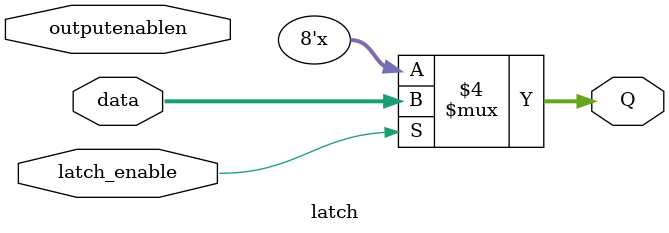
<source format=v>
/*
Author(s): Steven Miller
Date created: October 14 2024
Purpose: basic n bit latch
log:
	$ Steven 10/14/2024: initial creation
*/

module latch
#(parameter length = 8)
(
	input[length-1:0] data,
	input latch_enable,
	input outputenablen,
	output reg[length-1:0] Q
);

always@(latch_enable)

begin
	if(latch_enable == 1)
		begin
			Q <=data;
		end
	else
		begin
			Q <= Q;
		end
end

endmodule
</source>
